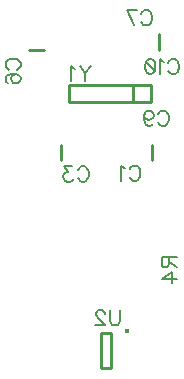
<source format=gbr>
G04 DipTrace 2.4.0.2*
%INBottomSilk.gbr*%
%MOMM*%
%ADD10C,0.25*%
%ADD37O,0.391X0.392*%
%ADD91C,0.196*%
%FSLAX53Y53*%
G04*
G71*
G90*
G75*
G01*
%LNBotSilk*%
%LPD*%
X9675Y22112D2*
D10*
Y20813D1*
X8202Y30150D2*
X6903D1*
X17965Y30166D2*
Y31465D1*
D37*
X15234Y6308D3*
X13861Y6174D2*
D10*
Y3174D1*
X13061Y6174D2*
Y3174D1*
X13861D2*
X13061D1*
X13861Y6174D2*
X13061D1*
X17216Y27158D2*
X10316D1*
Y25758D1*
X17216D1*
Y27158D1*
X15766Y27108D2*
Y25808D1*
X17352Y20832D2*
Y22131D1*
X11070Y19976D2*
D91*
X11130Y20096D1*
X11252Y20219D1*
X11373Y20279D1*
X11616D1*
X11738Y20219D1*
X11859Y20096D1*
X11921Y19976D1*
X11981Y19793D1*
Y19489D1*
X11921Y19307D1*
X11859Y19185D1*
X11738Y19065D1*
X11616Y19003D1*
X11373D1*
X11252Y19065D1*
X11130Y19185D1*
X11070Y19307D1*
X10556Y20277D2*
X9889D1*
X10252Y19792D1*
X10070D1*
X9949Y19731D1*
X9889Y19671D1*
X9827Y19489D1*
Y19368D1*
X9889Y19185D1*
X10010Y19063D1*
X10192Y19003D1*
X10375D1*
X10556Y19063D1*
X10616Y19125D1*
X10678Y19246D1*
X5245Y28485D2*
X5125Y28545D1*
X5003Y28667D1*
X4942Y28788D1*
Y29031D1*
X5003Y29153D1*
X5125Y29274D1*
X5245Y29336D1*
X5428Y29396D1*
X5733D1*
X5914Y29336D1*
X6036Y29274D1*
X6157Y29153D1*
X6218Y29031D1*
Y28788D1*
X6157Y28667D1*
X6036Y28545D1*
X5914Y28485D1*
X5125Y27364D2*
X5004Y27424D1*
X4944Y27607D1*
Y27728D1*
X5004Y27910D1*
X5187Y28032D1*
X5490Y28093D1*
X5793D1*
X6036Y28032D1*
X6158Y27910D1*
X6218Y27728D1*
Y27667D1*
X6158Y27486D1*
X6036Y27364D1*
X5853Y27304D1*
X5793D1*
X5610Y27364D1*
X5490Y27486D1*
X5429Y27667D1*
Y27728D1*
X5490Y27910D1*
X5610Y28032D1*
X5793Y28093D1*
X16431Y33199D2*
X16491Y33319D1*
X16613Y33441D1*
X16734Y33502D1*
X16977D1*
X17099Y33441D1*
X17220Y33319D1*
X17281Y33199D1*
X17342Y33016D1*
Y32711D1*
X17281Y32530D1*
X17220Y32408D1*
X17099Y32287D1*
X16977Y32226D1*
X16734D1*
X16613Y32287D1*
X16491Y32408D1*
X16431Y32530D1*
X15796Y32226D2*
X15188Y33500D1*
X16038D1*
X17864Y24693D2*
X17925Y24814D1*
X18047Y24936D1*
X18168Y24997D1*
X18410D1*
X18533Y24936D1*
X18653Y24814D1*
X18715Y24693D1*
X18775Y24511D1*
Y24206D1*
X18715Y24025D1*
X18653Y23903D1*
X18533Y23782D1*
X18410Y23721D1*
X18168D1*
X18047Y23782D1*
X17925Y23903D1*
X17864Y24025D1*
X16682Y24571D2*
X16744Y24389D1*
X16864Y24267D1*
X17047Y24206D1*
X17107D1*
X17290Y24267D1*
X17410Y24389D1*
X17472Y24571D1*
Y24632D1*
X17410Y24814D1*
X17290Y24935D1*
X17107Y24995D1*
X17047D1*
X16864Y24935D1*
X16744Y24814D1*
X16682Y24571D1*
Y24267D1*
X16744Y23963D1*
X16864Y23781D1*
X17047Y23721D1*
X17168D1*
X17350Y23781D1*
X17410Y23903D1*
X18711Y29066D2*
X18771Y29187D1*
X18893Y29309D1*
X19014Y29370D1*
X19257D1*
X19379Y29309D1*
X19500Y29187D1*
X19561Y29066D1*
X19622Y28884D1*
Y28579D1*
X19561Y28398D1*
X19500Y28276D1*
X19379Y28155D1*
X19257Y28093D1*
X19014D1*
X18893Y28155D1*
X18771Y28276D1*
X18711Y28398D1*
X18318Y29125D2*
X18196Y29187D1*
X18014Y29368D1*
Y28093D1*
X17257Y29368D2*
X17439Y29308D1*
X17561Y29125D1*
X17622Y28822D1*
Y28640D1*
X17561Y28336D1*
X17439Y28154D1*
X17257Y28093D1*
X17136D1*
X16953Y28154D1*
X16833Y28336D1*
X16771Y28640D1*
Y28822D1*
X16833Y29125D1*
X16953Y29308D1*
X17136Y29368D1*
X17257D1*
X16833Y29125D2*
X17561Y28336D1*
X18755Y12591D2*
Y12045D1*
X18693Y11863D1*
X18633Y11801D1*
X18512Y11741D1*
X18390D1*
X18269Y11801D1*
X18208Y11863D1*
X18147Y12045D1*
Y12591D1*
X19423D1*
X18755Y12166D2*
X19423Y11741D1*
Y10741D2*
X18149D1*
X18998Y11349D1*
Y10437D1*
X14632Y8094D2*
Y7183D1*
X14572Y7001D1*
X14450Y6880D1*
X14267Y6818D1*
X14147D1*
X13964Y6880D1*
X13842Y7001D1*
X13782Y7183D1*
Y8094D1*
X13328Y7789D2*
Y7850D1*
X13267Y7972D1*
X13207Y8032D1*
X13085Y8093D1*
X12842D1*
X12721Y8032D1*
X12661Y7972D1*
X12599Y7850D1*
Y7729D1*
X12661Y7607D1*
X12782Y7426D1*
X13390Y6818D1*
X12539D1*
X12175Y28814D2*
X11689Y28206D1*
Y27538D1*
X11203Y28814D2*
X11689Y28206D1*
X10811Y28569D2*
X10689Y28631D1*
X10506Y28812D1*
Y27538D1*
X15447Y20052D2*
X15507Y20172D1*
X15629Y20295D1*
X15750Y20355D1*
X15993D1*
X16115Y20295D1*
X16236Y20172D1*
X16297Y20052D1*
X16358Y19869D1*
Y19565D1*
X16297Y19383D1*
X16236Y19261D1*
X16115Y19141D1*
X15993Y19079D1*
X15750D1*
X15629Y19141D1*
X15507Y19261D1*
X15447Y19383D1*
X15054Y20111D2*
X14932Y20172D1*
X14750Y20353D1*
Y19079D1*
M02*

</source>
